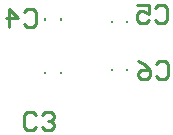
<source format=gbo>
%FSLAX24Y24*%
%MOIN*%
G70*
G01*
G75*
G04 Layer_Color=32896*
%ADD10R,0.0433X0.0433*%
G04:AMPARAMS|DCode=11|XSize=23.6mil|YSize=39.4mil|CornerRadius=3mil|HoleSize=0mil|Usage=FLASHONLY|Rotation=180.000|XOffset=0mil|YOffset=0mil|HoleType=Round|Shape=RoundedRectangle|*
%AMROUNDEDRECTD11*
21,1,0.0236,0.0335,0,0,180.0*
21,1,0.0177,0.0394,0,0,180.0*
1,1,0.0059,-0.0089,0.0167*
1,1,0.0059,0.0089,0.0167*
1,1,0.0059,0.0089,-0.0167*
1,1,0.0059,-0.0089,-0.0167*
%
%ADD11ROUNDEDRECTD11*%
%ADD12R,0.0433X0.0433*%
%ADD13R,0.0295X0.0236*%
%ADD14O,0.0827X0.0138*%
G04:AMPARAMS|DCode=15|XSize=90.6mil|YSize=70.9mil|CornerRadius=8.9mil|HoleSize=0mil|Usage=FLASHONLY|Rotation=90.000|XOffset=0mil|YOffset=0mil|HoleType=Round|Shape=RoundedRectangle|*
%AMROUNDEDRECTD15*
21,1,0.0906,0.0532,0,0,90.0*
21,1,0.0728,0.0709,0,0,90.0*
1,1,0.0177,0.0266,0.0364*
1,1,0.0177,0.0266,-0.0364*
1,1,0.0177,-0.0266,-0.0364*
1,1,0.0177,-0.0266,0.0364*
%
%ADD15ROUNDEDRECTD15*%
G04:AMPARAMS|DCode=16|XSize=90.6mil|YSize=70.9mil|CornerRadius=8.9mil|HoleSize=0mil|Usage=FLASHONLY|Rotation=180.000|XOffset=0mil|YOffset=0mil|HoleType=Round|Shape=RoundedRectangle|*
%AMROUNDEDRECTD16*
21,1,0.0906,0.0532,0,0,180.0*
21,1,0.0728,0.0709,0,0,180.0*
1,1,0.0177,-0.0364,0.0266*
1,1,0.0177,0.0364,0.0266*
1,1,0.0177,0.0364,-0.0266*
1,1,0.0177,-0.0364,-0.0266*
%
%ADD16ROUNDEDRECTD16*%
G04:AMPARAMS|DCode=17|XSize=137.8mil|YSize=68.9mil|CornerRadius=8.6mil|HoleSize=0mil|Usage=FLASHONLY|Rotation=180.000|XOffset=0mil|YOffset=0mil|HoleType=Round|Shape=RoundedRectangle|*
%AMROUNDEDRECTD17*
21,1,0.1378,0.0517,0,0,180.0*
21,1,0.1206,0.0689,0,0,180.0*
1,1,0.0172,-0.0603,0.0258*
1,1,0.0172,0.0603,0.0258*
1,1,0.0172,0.0603,-0.0258*
1,1,0.0172,-0.0603,-0.0258*
%
%ADD17ROUNDEDRECTD17*%
G04:AMPARAMS|DCode=18|XSize=43.3mil|YSize=68.9mil|CornerRadius=5.4mil|HoleSize=0mil|Usage=FLASHONLY|Rotation=180.000|XOffset=0mil|YOffset=0mil|HoleType=Round|Shape=RoundedRectangle|*
%AMROUNDEDRECTD18*
21,1,0.0433,0.0581,0,0,180.0*
21,1,0.0325,0.0689,0,0,180.0*
1,1,0.0108,-0.0162,0.0290*
1,1,0.0108,0.0162,0.0290*
1,1,0.0108,0.0162,-0.0290*
1,1,0.0108,-0.0162,-0.0290*
%
%ADD18ROUNDEDRECTD18*%
G04:AMPARAMS|DCode=19|XSize=43.3mil|YSize=68.9mil|CornerRadius=5.4mil|HoleSize=0mil|Usage=FLASHONLY|Rotation=180.000|XOffset=0mil|YOffset=0mil|HoleType=Round|Shape=RoundedRectangle|*
%AMROUNDEDRECTD19*
21,1,0.0433,0.0581,0,0,180.0*
21,1,0.0325,0.0689,0,0,180.0*
1,1,0.0108,-0.0162,0.0290*
1,1,0.0108,0.0162,0.0290*
1,1,0.0108,0.0162,-0.0290*
1,1,0.0108,-0.0162,-0.0290*
%
%ADD19ROUNDEDRECTD19*%
%ADD20C,0.0079*%
%ADD21C,0.0433*%
%ADD22C,0.0138*%
%ADD23C,0.1000*%
G04:AMPARAMS|DCode=24|XSize=100mil|YSize=100mil|CornerRadius=25mil|HoleSize=0mil|Usage=FLASHONLY|Rotation=90.000|XOffset=0mil|YOffset=0mil|HoleType=Round|Shape=RoundedRectangle|*
%AMROUNDEDRECTD24*
21,1,0.1000,0.0500,0,0,90.0*
21,1,0.0500,0.1000,0,0,90.0*
1,1,0.0500,0.0250,0.0250*
1,1,0.0500,0.0250,-0.0250*
1,1,0.0500,-0.0250,-0.0250*
1,1,0.0500,-0.0250,0.0250*
%
%ADD24ROUNDEDRECTD24*%
%ADD25C,0.2520*%
%ADD26R,0.0787X0.0591*%
%ADD27O,0.0787X0.0591*%
%ADD28R,0.0591X0.0591*%
%ADD29C,0.0591*%
G04:AMPARAMS|DCode=30|XSize=100mil|YSize=100mil|CornerRadius=25mil|HoleSize=0mil|Usage=FLASHONLY|Rotation=0.000|XOffset=0mil|YOffset=0mil|HoleType=Round|Shape=RoundedRectangle|*
%AMROUNDEDRECTD30*
21,1,0.1000,0.0500,0,0,0.0*
21,1,0.0500,0.1000,0,0,0.0*
1,1,0.0500,0.0250,-0.0250*
1,1,0.0500,-0.0250,-0.0250*
1,1,0.0500,-0.0250,0.0250*
1,1,0.0500,0.0250,0.0250*
%
%ADD30ROUNDEDRECTD30*%
%ADD31C,0.0276*%
%ADD32R,0.0571X0.0453*%
%ADD33R,0.0610X0.0532*%
%ADD34C,0.0098*%
%ADD35C,0.0236*%
%ADD36C,0.0050*%
%ADD37C,0.0059*%
%ADD38C,0.0100*%
%ADD39C,0.0197*%
%ADD40R,0.0513X0.0513*%
G04:AMPARAMS|DCode=41|XSize=31.6mil|YSize=47.4mil|CornerRadius=7mil|HoleSize=0mil|Usage=FLASHONLY|Rotation=180.000|XOffset=0mil|YOffset=0mil|HoleType=Round|Shape=RoundedRectangle|*
%AMROUNDEDRECTD41*
21,1,0.0316,0.0335,0,0,180.0*
21,1,0.0177,0.0474,0,0,180.0*
1,1,0.0139,-0.0089,0.0167*
1,1,0.0139,0.0089,0.0167*
1,1,0.0139,0.0089,-0.0167*
1,1,0.0139,-0.0089,-0.0167*
%
%ADD41ROUNDEDRECTD41*%
%ADD42R,0.0513X0.0513*%
%ADD43R,0.0375X0.0316*%
%ADD44O,0.0907X0.0218*%
G04:AMPARAMS|DCode=45|XSize=98.6mil|YSize=78.9mil|CornerRadius=12.9mil|HoleSize=0mil|Usage=FLASHONLY|Rotation=90.000|XOffset=0mil|YOffset=0mil|HoleType=Round|Shape=RoundedRectangle|*
%AMROUNDEDRECTD45*
21,1,0.0986,0.0532,0,0,90.0*
21,1,0.0728,0.0789,0,0,90.0*
1,1,0.0257,0.0266,0.0364*
1,1,0.0257,0.0266,-0.0364*
1,1,0.0257,-0.0266,-0.0364*
1,1,0.0257,-0.0266,0.0364*
%
%ADD45ROUNDEDRECTD45*%
G04:AMPARAMS|DCode=46|XSize=98.6mil|YSize=78.9mil|CornerRadius=12.9mil|HoleSize=0mil|Usage=FLASHONLY|Rotation=180.000|XOffset=0mil|YOffset=0mil|HoleType=Round|Shape=RoundedRectangle|*
%AMROUNDEDRECTD46*
21,1,0.0986,0.0532,0,0,180.0*
21,1,0.0728,0.0789,0,0,180.0*
1,1,0.0257,-0.0364,0.0266*
1,1,0.0257,0.0364,0.0266*
1,1,0.0257,0.0364,-0.0266*
1,1,0.0257,-0.0364,-0.0266*
%
%ADD46ROUNDEDRECTD46*%
G04:AMPARAMS|DCode=47|XSize=145.8mil|YSize=76.9mil|CornerRadius=12.6mil|HoleSize=0mil|Usage=FLASHONLY|Rotation=180.000|XOffset=0mil|YOffset=0mil|HoleType=Round|Shape=RoundedRectangle|*
%AMROUNDEDRECTD47*
21,1,0.1458,0.0517,0,0,180.0*
21,1,0.1206,0.0769,0,0,180.0*
1,1,0.0252,-0.0603,0.0258*
1,1,0.0252,0.0603,0.0258*
1,1,0.0252,0.0603,-0.0258*
1,1,0.0252,-0.0603,-0.0258*
%
%ADD47ROUNDEDRECTD47*%
G04:AMPARAMS|DCode=48|XSize=51.3mil|YSize=76.9mil|CornerRadius=9.4mil|HoleSize=0mil|Usage=FLASHONLY|Rotation=180.000|XOffset=0mil|YOffset=0mil|HoleType=Round|Shape=RoundedRectangle|*
%AMROUNDEDRECTD48*
21,1,0.0513,0.0581,0,0,180.0*
21,1,0.0325,0.0769,0,0,180.0*
1,1,0.0188,-0.0162,0.0290*
1,1,0.0188,0.0162,0.0290*
1,1,0.0188,0.0162,-0.0290*
1,1,0.0188,-0.0162,-0.0290*
%
%ADD48ROUNDEDRECTD48*%
G04:AMPARAMS|DCode=49|XSize=51.3mil|YSize=76.9mil|CornerRadius=9.4mil|HoleSize=0mil|Usage=FLASHONLY|Rotation=180.000|XOffset=0mil|YOffset=0mil|HoleType=Round|Shape=RoundedRectangle|*
%AMROUNDEDRECTD49*
21,1,0.0513,0.0581,0,0,180.0*
21,1,0.0325,0.0769,0,0,180.0*
1,1,0.0188,-0.0162,0.0290*
1,1,0.0188,0.0162,0.0290*
1,1,0.0188,0.0162,-0.0290*
1,1,0.0188,-0.0162,-0.0290*
%
%ADD49ROUNDEDRECTD49*%
%ADD50C,0.1080*%
G04:AMPARAMS|DCode=51|XSize=108mil|YSize=108mil|CornerRadius=29mil|HoleSize=0mil|Usage=FLASHONLY|Rotation=90.000|XOffset=0mil|YOffset=0mil|HoleType=Round|Shape=RoundedRectangle|*
%AMROUNDEDRECTD51*
21,1,0.1080,0.0500,0,0,90.0*
21,1,0.0500,0.1080,0,0,90.0*
1,1,0.0580,0.0250,0.0250*
1,1,0.0580,0.0250,-0.0250*
1,1,0.0580,-0.0250,-0.0250*
1,1,0.0580,-0.0250,0.0250*
%
%ADD51ROUNDEDRECTD51*%
%ADD52C,0.2600*%
%ADD53R,0.0867X0.0671*%
%ADD54O,0.0867X0.0671*%
%ADD55R,0.0671X0.0671*%
%ADD56C,0.0671*%
G04:AMPARAMS|DCode=57|XSize=108mil|YSize=108mil|CornerRadius=29mil|HoleSize=0mil|Usage=FLASHONLY|Rotation=0.000|XOffset=0mil|YOffset=0mil|HoleType=Round|Shape=RoundedRectangle|*
%AMROUNDEDRECTD57*
21,1,0.1080,0.0500,0,0,0.0*
21,1,0.0500,0.1080,0,0,0.0*
1,1,0.0580,0.0250,-0.0250*
1,1,0.0580,-0.0250,-0.0250*
1,1,0.0580,-0.0250,0.0250*
1,1,0.0580,0.0250,0.0250*
%
%ADD57ROUNDEDRECTD57*%
%ADD58C,0.0356*%
%ADD59R,0.0651X0.0533*%
%ADD60R,0.0690X0.0612*%
D20*
X7195Y11319D02*
Y11358D01*
X7687Y11319D02*
Y11358D01*
X7707Y9705D02*
Y9744D01*
X7175Y9705D02*
Y9744D01*
X4970Y11398D02*
Y11437D01*
X5502Y11398D02*
Y11437D01*
Y9626D02*
Y9665D01*
X4970Y9626D02*
Y9665D01*
D38*
X8616Y11799D02*
X8716Y11899D01*
X8916D01*
X9016Y11799D01*
Y11399D01*
X8916Y11299D01*
X8716D01*
X8616Y11399D01*
X8016Y11899D02*
X8416D01*
Y11599D01*
X8216Y11699D01*
X8116D01*
X8016Y11599D01*
Y11399D01*
X8116Y11299D01*
X8316D01*
X8416Y11399D01*
X8655Y9909D02*
X8755Y10009D01*
X8955D01*
X9055Y9909D01*
Y9509D01*
X8955Y9409D01*
X8755D01*
X8655Y9509D01*
X8055Y10009D02*
X8255Y9909D01*
X8455Y9709D01*
Y9509D01*
X8355Y9409D01*
X8155D01*
X8055Y9509D01*
Y9609D01*
X8155Y9709D01*
X8455D01*
X4246Y11642D02*
X4346Y11742D01*
X4546D01*
X4646Y11642D01*
Y11242D01*
X4546Y11142D01*
X4346D01*
X4246Y11242D01*
X3746Y11142D02*
Y11742D01*
X4046Y11442D01*
X3646D01*
X4652Y7807D02*
X4552Y7707D01*
X4352D01*
X4252Y7807D01*
Y8207D01*
X4352Y8307D01*
X4552D01*
X4652Y8207D01*
X4852Y7807D02*
X4952Y7707D01*
X5152D01*
X5252Y7807D01*
Y7907D01*
X5152Y8007D01*
X5052D01*
X5152D01*
X5252Y8107D01*
Y8207D01*
X5152Y8307D01*
X4952D01*
X4852Y8207D01*
M02*

</source>
